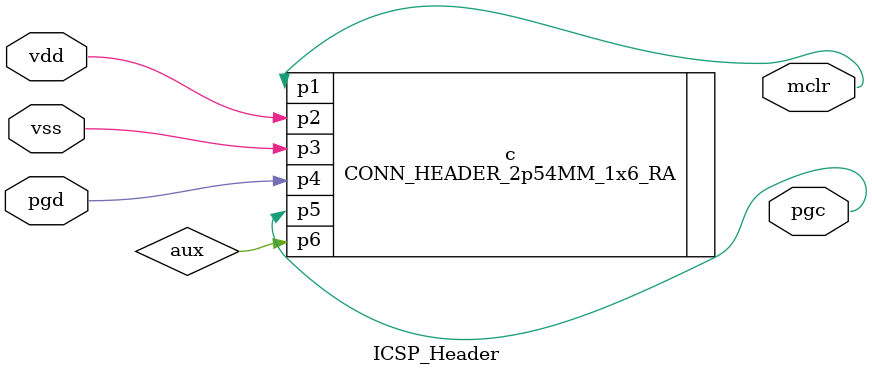
<source format=v>
`timescale 1ns / 1ps
`default_nettype none
/***********************************************************************************************************************
*                                                                                                                      *
* ANTIKERNEL v0.1                                                                                                      *
*                                                                                                                      *
* Copyright (c) 2012-2016 Andrew D. Zonenberg                                                                          *
* All rights reserved.                                                                                                 *
*                                                                                                                      *
* Redistribution and use in source and binary forms, with or without modification, are permitted provided that the     *
* following conditions are met:                                                                                        *
*                                                                                                                      *
*    * Redistributions of source code must retain the above copyright notice, this list of conditions, and the         *
*      following disclaimer.                                                                                           *
*                                                                                                                      *
*    * Redistributions in binary form must reproduce the above copyright notice, this list of conditions and the       *
*      following disclaimer in the documentation and/or other materials provided with the distribution.                *
*                                                                                                                      *
*    * Neither the name of the author nor the names of any contributors may be used to endorse or promote products     *
*      derived from this software without specific prior written permission.                                           *
*                                                                                                                      *
* THIS SOFTWARE IS PROVIDED BY THE AUTHORS "AS IS" AND ANY EXPRESS OR IMPLIED WARRANTIES, INCLUDING, BUT NOT LIMITED   *
* TO, THE IMPLIED WARRANTIES OF MERCHANTABILITY AND FITNESS FOR A PARTICULAR PURPOSE ARE DISCLAIMED. IN NO EVENT SHALL *
* THE AUTHORS BE HELD LIABLE FOR ANY DIRECT, INDIRECT, INCIDENTAL, SPECIAL, EXEMPLARY, OR CONSEQUENTIAL DAMAGES        *
* (INCLUDING, BUT NOT LIMITED TO, PROCUREMENT OF SUBSTITUTE GOODS OR SERVICES; LOSS OF USE, DATA, OR PROFITS; OR       *
* BUSINESS INTERRUPTION) HOWEVER CAUSED AND ON ANY THEORY OF LIABILITY, WHETHER IN CONTRACT, STRICT LIABILITY, OR TORT *
* (INCLUDING NEGLIGENCE OR OTHERWISE) ARISING IN ANY WAY OUT OF THE USE OF THIS SOFTWARE, EVEN IF ADVISED OF THE       *
* POSSIBILITY OF SUCH DAMAGE.                                                                                          *
*                                                                                                                      *
***********************************************************************************************************************/

/**
	@file
	@author Andrew D. Zonenberg
	@brief Microchip ICSP header
 */
module ICSP_Header(vdd, vss, mclr, pgd, pgc);

	////////////////////////////////////////////////////////////////////////////////////////////////////////////////////
	// Parameter declarations
	
	//TODO: parameter for selecting right angle or vertical
	//TODO: parameter for "powered by ICSP" mode
	
	////////////////////////////////////////////////////////////////////////////////////////////////////////////////////
	// I/O declarations
	
	(* MIN_POWER_VOLTAGE = 2250 *)
	(* MAX_POWER_VOLTAGE = 5500 *)
	input wire	vdd;
	
	(* MIN_POWER_VOLTAGE = 0 *)
	(* MAX_POWER_VOLTAGE = 0 *)
	input wire	vss;
	
	output wire	mclr;
	inout wire	pgd;
	output wire	pgc;
	
	//not broken out for now
	wire	aux;	
	
	////////////////////////////////////////////////////////////////////////////////////////////////////////////////////
	// The actual connector
	
	(* value = "S1111EC-06-ND" *)
	(* distributor = "digikey" *)
	(* distributor_part = "PRPC006SBAN-M71RC" *)
	CONN_HEADER_2p54MM_1x6_RA c(
		.p1(mclr),
		.p2(vdd),
		.p3(vss),
		.p4(pgd),
		.p5(pgc),
		.p6(aux)
	);	
			
endmodule

</source>
